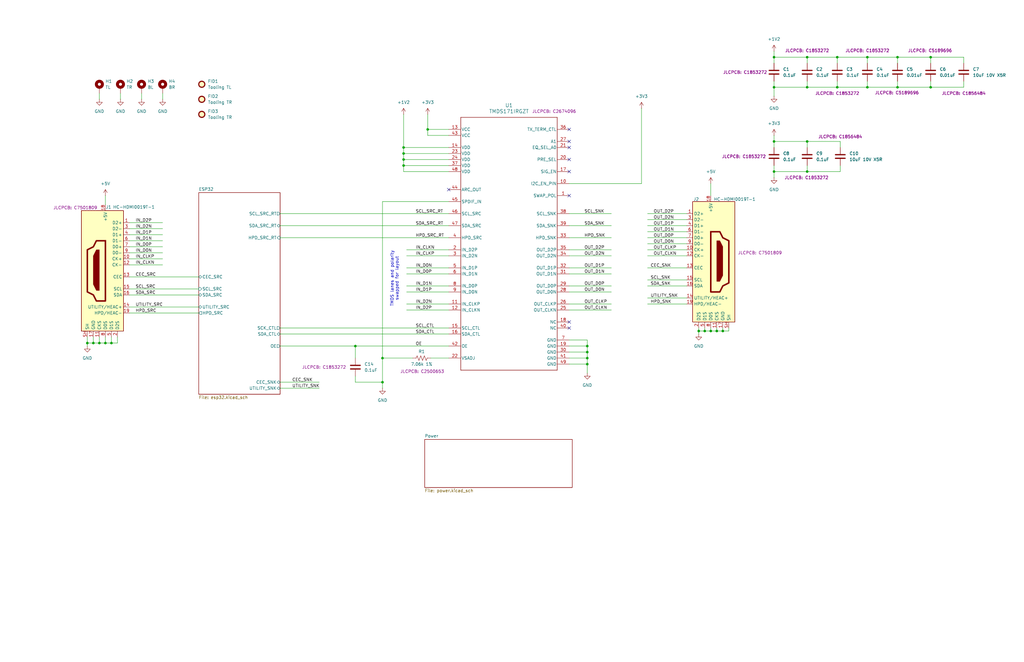
<source format=kicad_sch>
(kicad_sch (version 20231120) (generator "eeschema") (generator_version "8.0")
  (paper "B")
  (lib_symbols
    (symbol "Device:C" (pin_numbers hide) (pin_names (offset 0.254))
      (property "Reference" "C" (at 0.635 2.54 0))
      (property "Value" "C" (at 0.635 -2.54 0))
      (symbol "C_0_1"
        (polyline (pts (xy -2.032 -0.762) (xy 2.032 -0.762)) (stroke (width 0.508)))
        (polyline (pts (xy -2.032 0.762) (xy 2.032 0.762)) (stroke (width 0.508)))
      )
      (symbol "C_1_1"
        (pin passive line (at 0 3.81 270) (length 2.794) (name "~") (number "1"))
        (pin passive line (at 0 -3.81 90) (length 2.794) (name "~") (number "2"))
      )
    )
    (symbol "Device:R_US" (pin_numbers hide) (pin_names (offset 0))
      (property "Reference" "R" (at 2.54 0 90))
      (property "Value" "R_US" (at -2.54 0 90))
      (symbol "R_US_0_1"
        (polyline (pts (xy 0 -2.286) (xy 0 -2.54)))
        (polyline (pts (xy 0 2.286) (xy 0 2.54)))
        (polyline (pts (xy 0 -0.762) (xy 1.016 -1.143) (xy 0 -1.524) (xy -1.016 -1.905) (xy 0 -2.286)))
        (polyline (pts (xy 0 0.762) (xy 1.016 0.381) (xy 0 0) (xy -1.016 -0.381) (xy 0 -0.762)))
        (polyline (pts (xy 0 2.286) (xy 1.016 1.905) (xy 0 1.524) (xy -1.016 1.143) (xy 0 0.762)))
      )
      (symbol "R_US_1_1"
        (pin passive line (at 0 3.81 270) (length 1.27) (name "~") (number "1"))
        (pin passive line (at 0 -3.81 90) (length 1.27) (name "~") (number "2"))
      )
    )
    (symbol "HDMI Breakout:HC-HDMI0019T-1"
      (property "Reference" "J" (at 3.302 44.45 0))
      (property "Value" "HC-HDMI0019T-1" (at 19.812 44.45 0))
      (symbol "HC-HDMI0019T-1_0_1"
        (polyline (pts (xy 12.7 26.67) (xy 13.97 26.67) (xy 15.24 24.13) (xy 15.24 12.065) (xy 13.97 9.525) (xy 12.7 9.525) (xy 12.7 26.67)) (fill (type outline)))
        (polyline (pts (xy 10.16 30.48) (xy 10.16 5.08) (xy 13.97 5.08) (xy 15.24 7.62) (xy 17.78 8.89) (xy 17.78 26.67) (xy 15.24 27.94) (xy 13.97 30.48) (xy 10.16 30.48)) (stroke (width 0.635)))
        (rectangle (start 2.54 43.18) (end 20.32 -7.62) (stroke (width 0.254)) (fill (type background)))
      )
      (symbol "HC-HDMI0019T-1_1_1"
        (pin passive line (at 0 38.1 0) (length 2.54) (name "D2+") (number "1"))
        (pin passive line (at 0 22.86 0) (length 2.54) (name "CK+") (number "10"))
        (pin power_in line (at 12.7 -10.16 90) (length 2.54) (name "CKS") (number "11"))
        (pin passive line (at 0 20.32 0) (length 2.54) (name "CK-") (number "12"))
        (pin bidirectional line (at 0 15.24 0) (length 2.54) (name "CEC") (number "13"))
        (pin passive line (at 0 2.54 0) (length 2.54) (name "UTILITY/HEAC+") (number "14"))
        (pin passive line (at 0 10.16 0) (length 2.54) (name "SCL") (number "15"))
        (pin bidirectional line (at 0 7.62 0) (length 2.54) (name "SDA") (number "16"))
        (pin power_in line (at 15.24 -10.16 90) (length 2.54) (name "GND") (number "17"))
        (pin power_in line (at 10.16 45.72 270) (length 2.54) (name "+5V") (number "18"))
        (pin passive line (at 0 0 0) (length 2.54) (name "HPD/HEAC-") (number "19"))
        (pin power_in line (at 5.08 -10.16 90) (length 2.54) (name "D2S") (number "2"))
        (pin passive line (at 0 35.56 0) (length 2.54) (name "D2-") (number "3"))
        (pin passive line (at 0 33.02 0) (length 2.54) (name "D1+") (number "4"))
        (pin power_in line (at 7.62 -10.16 90) (length 2.54) (name "D1S") (number "5"))
        (pin passive line (at 0 30.48 0) (length 2.54) (name "D1-") (number "6"))
        (pin passive line (at 0 27.94 0) (length 2.54) (name "D0+") (number "7"))
        (pin power_in line (at 10.16 -10.16 90) (length 2.54) (name "D0S") (number "8"))
        (pin passive line (at 0 25.4 0) (length 2.54) (name "D0-") (number "9"))
        (pin passive line (at 17.78 -10.16 90) (length 2.54) (name "SH") (number "SH"))
      )
    )
    (symbol "HDMI Breakout:TMDS171IRGZT" (pin_names (offset 0.254))
      (property "Reference" "U" (at 0 2.54 0))
      (property "Value" "TMDS171IRGZT" (at 0 0 0))
      (symbol "TMDS171IRGZT_0_1"
        (polyline (pts (xy -20.32 -53.34) (xy 20.32 -53.34)) (stroke (width 0.2032)))
        (polyline (pts (xy -20.32 53.34) (xy -20.32 -53.34)) (stroke (width 0.2032)))
        (polyline (pts (xy 20.32 -53.34) (xy 20.32 53.34)) (stroke (width 0.2032)))
        (polyline (pts (xy 20.32 53.34) (xy -20.32 53.34)) (stroke (width 0.2032)))
        (pin input line (at 25.4 20.32 180) (length 5.08) (name "SWAP_POL") (number "1"))
        (pin input line (at 25.4 25.4 180) (length 5.08) (name "I2C_EN_PIN") (number "10"))
        (pin input line (at -25.4 -25.4 0) (length 5.08) (name "IN_CLKP") (number "11"))
        (pin input line (at -25.4 -27.94 0) (length 5.08) (name "IN_CLKN") (number "12"))
        (pin power_in line (at -25.4 48.26 0) (length 5.08) (name "VCC") (number "13"))
        (pin power_in line (at -25.4 40.64 0) (length 5.08) (name "VDD") (number "14"))
        (pin bidirectional line (at -25.4 -35.56 0) (length 5.08) (name "SCL_CTL") (number "15"))
        (pin bidirectional line (at -25.4 -38.1 0) (length 5.08) (name "SDA_CTL") (number "16"))
        (pin input line (at 25.4 30.48 180) (length 5.08) (name "SIG_EN") (number "17"))
        (pin unspecified line (at 25.4 -33.02 180) (length 5.08) (name "NC") (number "18"))
        (pin power_in line (at 25.4 -43.18 180) (length 5.08) (name "GND") (number "19"))
        (pin input line (at -25.4 -2.54 0) (length 5.08) (name "IN_D2P") (number "2"))
        (pin input line (at 25.4 35.56 180) (length 5.08) (name "PRE_SEL") (number "20"))
        (pin input line (at 25.4 40.64 180) (length 5.08) (name "EQ_SEL_A0") (number "21"))
        (pin input line (at -25.4 -48.26 0) (length 5.08) (name "VSADJ") (number "22"))
        (pin power_in line (at -25.4 38.1 0) (length 5.08) (name "VDD") (number "23"))
        (pin power_in line (at -25.4 35.56 0) (length 5.08) (name "VDD") (number "24"))
        (pin output line (at 25.4 -27.94 180) (length 5.08) (name "OUT_CLKN") (number "25"))
        (pin output line (at 25.4 -25.4 180) (length 5.08) (name "OUT_CLKP") (number "26"))
        (pin input line (at 25.4 43.18 180) (length 5.08) (name "A1") (number "27"))
        (pin output line (at 25.4 -20.32 180) (length 5.08) (name "OUT_D0N") (number "28"))
        (pin output line (at 25.4 -17.78 180) (length 5.08) (name "OUT_D0P") (number "29"))
        (pin input line (at -25.4 -5.08 0) (length 5.08) (name "IN_D2N") (number "3"))
        (pin power_in line (at 25.4 -45.72 180) (length 5.08) (name "GND") (number "30"))
        (pin output line (at 25.4 -12.7 180) (length 5.08) (name "OUT_D1N") (number "31"))
        (pin output line (at 25.4 -10.16 180) (length 5.08) (name "OUT_D1P") (number "32"))
        (pin input line (at 25.4 2.54 180) (length 5.08) (name "HPD_SNK") (number "33"))
        (pin output line (at 25.4 -5.08 180) (length 5.08) (name "OUT_D2N") (number "34"))
        (pin output line (at 25.4 -2.54 180) (length 5.08) (name "OUT_D2P") (number "35"))
        (pin input line (at 25.4 48.26 180) (length 5.08) (name "TX_TERM_CTL") (number "36"))
        (pin power_in line (at -25.4 33.02 0) (length 5.08) (name "VDD") (number "37"))
        (pin bidirectional line (at 25.4 12.7 180) (length 5.08) (name "SCL_SNK") (number "38"))
        (pin bidirectional line (at 25.4 7.62 180) (length 5.08) (name "SDA_SNK") (number "39"))
        (pin output line (at -25.4 2.54 0) (length 5.08) (name "HPD_SRC") (number "4"))
        (pin unspecified line (at 25.4 -35.56 180) (length 5.08) (name "NC") (number "40"))
        (pin power_in line (at 25.4 -48.26 180) (length 5.08) (name "GND") (number "41"))
        (pin input line (at -25.4 -43.18 0) (length 5.08) (name "OE") (number "42"))
        (pin power_in line (at -25.4 45.72 0) (length 5.08) (name "VCC") (number "43"))
        (pin output line (at -25.4 22.86 0) (length 5.08) (name "ARC_OUT") (number "44"))
        (pin input line (at -25.4 17.78 0) (length 5.08) (name "SPDIF_IN") (number "45"))
        (pin bidirectional line (at -25.4 12.7 0) (length 5.08) (name "SCL_SRC") (number "46"))
        (pin bidirectional line (at -25.4 7.62 0) (length 5.08) (name "SDA_SRC") (number "47"))
        (pin power_in line (at -25.4 30.48 0) (length 5.08) (name "VDD") (number "48"))
        (pin power_in line (at 25.4 -50.8 180) (length 5.08) (name "GND") (number "49"))
        (pin input line (at -25.4 -10.16 0) (length 5.08) (name "IN_D1P") (number "5"))
        (pin input line (at -25.4 -12.7 0) (length 5.08) (name "IN_D1N") (number "6"))
        (pin power_in line (at 25.4 -40.64 180) (length 5.08) (name "GND") (number "7"))
        (pin input line (at -25.4 -17.78 0) (length 5.08) (name "IN_D0P") (number "8"))
        (pin input line (at -25.4 -20.32 0) (length 5.08) (name "IN_D0N") (number "9"))
      )
    )
    (symbol "Mechanical:Fiducial" (exclude_from_sim yes) (in_bom no)
      (property "Reference" "FID" (at 0 5.08 0))
      (property "Value" "Fiducial" (at 0 3.175 0))
      (symbol "Fiducial_0_1"
        (circle (center 0 0) (radius 1.27) (stroke (width 0.508)) (fill (type background)))
      )
    )
    (symbol "Mechanical:MountingHole_Pad" (pin_numbers hide) (pin_names (offset 1.016) hide) (exclude_from_sim yes) (in_bom no)
      (property "Reference" "H" (at 0 6.35 0))
      (property "Value" "MountingHole_Pad" (at 0 4.445 0))
      (symbol "MountingHole_Pad_0_1"
        (circle (center 0 1.27) (radius 1.27) (stroke (width 1.27)))
      )
      (symbol "MountingHole_Pad_1_1"
        (pin input line (at 0 -2.54 90) (length 2.54) (name "1") (number "1"))
      )
    )
    (symbol "power:+1V2" (power) (pin_numbers hide) (pin_names (offset 0) hide)
      (property "Value" "+1V2" (at 0 3.556 0))
      (symbol "+1V2_0_1"
        (polyline (pts (xy -0.762 1.27) (xy 0 2.54)))
        (polyline (pts (xy 0 0) (xy 0 2.54)))
        (polyline (pts (xy 0 2.54) (xy 0.762 1.27)))
      )
      (symbol "+1V2_1_1"
        (pin power_in line (at 0 0 90) (length 0) (name "~") (number "1"))
      )
    )
    (symbol "power:+3V3" (power) (pin_numbers hide) (pin_names (offset 0) hide)
      (property "Value" "+3V3" (at 0 3.556 0))
      (symbol "+3V3_0_1"
        (polyline (pts (xy -0.762 1.27) (xy 0 2.54)))
        (polyline (pts (xy 0 0) (xy 0 2.54)))
        (polyline (pts (xy 0 2.54) (xy 0.762 1.27)))
      )
      (symbol "+3V3_1_1"
        (pin power_in line (at 0 0 90) (length 0) (name "~") (number "1"))
      )
    )
    (symbol "power:+5V" (power) (pin_numbers hide) (pin_names (offset 0) hide)
      (property "Value" "+5V" (at 0 3.556 0))
      (symbol "+5V_0_1"
        (polyline (pts (xy -0.762 1.27) (xy 0 2.54)))
        (polyline (pts (xy 0 0) (xy 0 2.54)))
        (polyline (pts (xy 0 2.54) (xy 0.762 1.27)))
      )
      (symbol "+5V_1_1"
        (pin power_in line (at 0 0 90) (length 0) (name "~") (number "1"))
      )
    )
    (symbol "power:GND" (power) (pin_numbers hide) (pin_names (offset 0) hide)
      (property "Value" "GND" (at 0 -3.81 0))
      (symbol "GND_0_1"
        (polyline (pts (xy 0 0) (xy 0 -1.27) (xy 1.27 -1.27) (xy 0 -2.54) (xy -1.27 -1.27) (xy 0 -1.27)))
      )
      (symbol "GND_1_1"
        (pin power_in line (at 0 0 270) (length 0) (name "~") (number "1"))
      )
    )
  )
  (junction (at 247.65 151.13))
  (junction (at 326.39 72.39))
  (junction (at 365.76 36.83))
  (junction (at 378.46 24.13))
  (junction (at 340.36 72.39))
  (junction (at 299.72 139.7))
  (junction (at 378.46 36.83))
  (junction (at 161.29 151.13))
  (junction (at 340.36 24.13))
  (junction (at 180.34 54.61))
  (junction (at 170.18 69.85))
  (junction (at 247.65 146.05))
  (junction (at 247.65 153.67))
  (junction (at 304.8 139.7))
  (junction (at 302.26 139.7))
  (junction (at 297.18 139.7))
  (junction (at 161.29 161.29))
  (junction (at 294.64 139.7))
  (junction (at 46.99 144.78))
  (junction (at 392.43 36.83))
  (junction (at 41.91 144.78))
  (junction (at 326.39 59.69))
  (junction (at 365.76 24.13))
  (junction (at 39.37 144.78))
  (junction (at 353.06 24.13))
  (junction (at 170.18 62.23))
  (junction (at 170.18 64.77))
  (junction (at 36.83 144.78))
  (junction (at 340.36 36.83))
  (junction (at 340.36 59.69))
  (junction (at 247.65 148.59))
  (junction (at 353.06 36.83))
  (junction (at 170.18 67.31))
  (junction (at 326.39 24.13))
  (junction (at 392.43 24.13))
  (junction (at 149.86 146.05))
  (junction (at 44.45 144.78))
  (junction (at 326.39 36.83))
  (no_connect (at 189.23 80.01))
  (no_connect (at 240.03 135.89))
  (no_connect (at 240.03 72.39))
  (no_connect (at 240.03 62.23))
  (no_connect (at 240.03 67.31))
  (no_connect (at 240.03 54.61))
  (no_connect (at 240.03 138.43))
  (no_connect (at 240.03 82.55))
  (no_connect (at 240.03 59.69))
  (wire (pts (xy 54.61 93.98) (xy 68.58 93.98)))
  (wire (pts (xy 49.53 144.78) (xy 46.99 144.78)))
  (wire (pts (xy 378.46 36.83) (xy 392.43 36.83)))
  (wire (pts (xy 171.45 105.41) (xy 189.23 105.41)))
  (wire (pts (xy 189.23 85.09) (xy 161.29 85.09)))
  (wire (pts (xy 39.37 142.24) (xy 39.37 144.78)))
  (wire (pts (xy 54.61 116.84) (xy 83.82 116.84)))
  (wire (pts (xy 353.06 36.83) (xy 365.76 36.83)))
  (wire (pts (xy 171.45 123.19) (xy 189.23 123.19)))
  (wire (pts (xy 340.36 24.13) (xy 340.36 26.67)))
  (wire (pts (xy 270.51 77.47) (xy 270.51 45.72)))
  (wire (pts (xy 44.45 142.24) (xy 44.45 144.78)))
  (wire (pts (xy 307.34 139.7) (xy 304.8 139.7)))
  (wire (pts (xy 54.61 96.52) (xy 68.58 96.52)))
  (wire (pts (xy 41.91 144.78) (xy 39.37 144.78)))
  (wire (pts (xy 240.03 100.33) (xy 257.81 100.33)))
  (wire (pts (xy 273.05 95.25) (xy 289.56 95.25)))
  (wire (pts (xy 247.65 153.67) (xy 247.65 157.48)))
  (wire (pts (xy 326.39 59.69) (xy 340.36 59.69)))
  (wire (pts (xy 240.03 148.59) (xy 247.65 148.59)))
  (wire (pts (xy 170.18 69.85) (xy 170.18 67.31)))
  (wire (pts (xy 326.39 59.69) (xy 326.39 62.23)))
  (wire (pts (xy 392.43 36.83) (xy 406.4 36.83)))
  (wire (pts (xy 54.61 111.76) (xy 68.58 111.76)))
  (wire (pts (xy 326.39 24.13) (xy 326.39 21.59)))
  (wire (pts (xy 240.03 90.17) (xy 257.81 90.17)))
  (wire (pts (xy 180.34 57.15) (xy 180.34 54.61)))
  (wire (pts (xy 365.76 34.29) (xy 365.76 36.83)))
  (wire (pts (xy 326.39 36.83) (xy 340.36 36.83)))
  (wire (pts (xy 297.18 138.43) (xy 297.18 139.7)))
  (wire (pts (xy 54.61 132.08) (xy 83.82 132.08)))
  (wire (pts (xy 299.72 77.47) (xy 299.72 82.55)))
  (wire (pts (xy 171.45 128.27) (xy 189.23 128.27)))
  (wire (pts (xy 302.26 139.7) (xy 299.72 139.7)))
  (wire (pts (xy 406.4 26.67) (xy 406.4 24.13)))
  (wire (pts (xy 54.61 109.22) (xy 68.58 109.22)))
  (wire (pts (xy 353.06 24.13) (xy 365.76 24.13)))
  (wire (pts (xy 240.03 95.25) (xy 257.81 95.25)))
  (wire (pts (xy 181.61 151.13) (xy 189.23 151.13)))
  (wire (pts (xy 365.76 36.83) (xy 378.46 36.83)))
  (wire (pts (xy 392.43 24.13) (xy 392.43 26.67)))
  (wire (pts (xy 294.64 138.43) (xy 294.64 139.7)))
  (wire (pts (xy 340.36 59.69) (xy 354.33 59.69)))
  (wire (pts (xy 118.11 163.83) (xy 134.62 163.83)))
  (wire (pts (xy 240.03 105.41) (xy 257.81 105.41)))
  (wire (pts (xy 304.8 139.7) (xy 302.26 139.7)))
  (wire (pts (xy 161.29 151.13) (xy 161.29 161.29)))
  (wire (pts (xy 273.05 107.95) (xy 289.56 107.95)))
  (wire (pts (xy 54.61 99.06) (xy 68.58 99.06)))
  (wire (pts (xy 273.05 118.11) (xy 289.56 118.11)))
  (wire (pts (xy 49.53 142.24) (xy 49.53 144.78)))
  (wire (pts (xy 171.45 113.03) (xy 189.23 113.03)))
  (wire (pts (xy 240.03 128.27) (xy 257.81 128.27)))
  (wire (pts (xy 378.46 24.13) (xy 378.46 26.67)))
  (wire (pts (xy 326.39 69.85) (xy 326.39 72.39)))
  (wire (pts (xy 326.39 36.83) (xy 326.39 40.64)))
  (wire (pts (xy 273.05 105.41) (xy 289.56 105.41)))
  (wire (pts (xy 340.36 69.85) (xy 340.36 72.39)))
  (wire (pts (xy 240.03 107.95) (xy 257.81 107.95)))
  (wire (pts (xy 340.36 72.39) (xy 354.33 72.39)))
  (wire (pts (xy 54.61 121.92) (xy 83.82 121.92)))
  (wire (pts (xy 240.03 153.67) (xy 247.65 153.67)))
  (wire (pts (xy 247.65 151.13) (xy 247.65 153.67)))
  (wire (pts (xy 170.18 64.77) (xy 170.18 62.23)))
  (wire (pts (xy 118.11 100.33) (xy 189.23 100.33)))
  (wire (pts (xy 273.05 90.17) (xy 289.56 90.17)))
  (wire (pts (xy 247.65 146.05) (xy 247.65 148.59)))
  (wire (pts (xy 46.99 144.78) (xy 44.45 144.78)))
  (wire (pts (xy 294.64 139.7) (xy 294.64 140.97)))
  (wire (pts (xy 189.23 72.39) (xy 170.18 72.39)))
  (wire (pts (xy 189.23 57.15) (xy 180.34 57.15)))
  (wire (pts (xy 118.11 146.05) (xy 149.86 146.05)))
  (wire (pts (xy 340.36 34.29) (xy 340.36 36.83)))
  (wire (pts (xy 326.39 57.15) (xy 326.39 59.69)))
  (wire (pts (xy 171.45 107.95) (xy 189.23 107.95)))
  (wire (pts (xy 149.86 158.75) (xy 149.86 161.29)))
  (wire (pts (xy 54.61 106.68) (xy 68.58 106.68)))
  (wire (pts (xy 340.36 24.13) (xy 353.06 24.13)))
  (wire (pts (xy 170.18 69.85) (xy 189.23 69.85)))
  (wire (pts (xy 54.61 101.6) (xy 68.58 101.6)))
  (wire (pts (xy 326.39 24.13) (xy 326.39 26.67)))
  (wire (pts (xy 340.36 59.69) (xy 340.36 62.23)))
  (wire (pts (xy 161.29 151.13) (xy 173.99 151.13)))
  (wire (pts (xy 170.18 72.39) (xy 170.18 69.85)))
  (wire (pts (xy 354.33 62.23) (xy 354.33 59.69)))
  (wire (pts (xy 392.43 24.13) (xy 406.4 24.13)))
  (wire (pts (xy 50.8 39.37) (xy 50.8 41.91)))
  (wire (pts (xy 118.11 138.43) (xy 189.23 138.43)))
  (wire (pts (xy 297.18 139.7) (xy 294.64 139.7)))
  (wire (pts (xy 171.45 130.81) (xy 189.23 130.81)))
  (wire (pts (xy 41.91 39.37) (xy 41.91 41.91)))
  (wire (pts (xy 54.61 124.46) (xy 83.82 124.46)))
  (wire (pts (xy 326.39 24.13) (xy 340.36 24.13)))
  (wire (pts (xy 240.03 113.03) (xy 257.81 113.03)))
  (wire (pts (xy 118.11 90.17) (xy 189.23 90.17)))
  (wire (pts (xy 340.36 36.83) (xy 353.06 36.83)))
  (wire (pts (xy 326.39 72.39) (xy 340.36 72.39)))
  (wire (pts (xy 240.03 115.57) (xy 257.81 115.57)))
  (wire (pts (xy 273.05 92.71) (xy 289.56 92.71)))
  (wire (pts (xy 273.05 120.65) (xy 289.56 120.65)))
  (wire (pts (xy 240.03 120.65) (xy 257.81 120.65)))
  (wire (pts (xy 353.06 34.29) (xy 353.06 36.83)))
  (wire (pts (xy 149.86 146.05) (xy 189.23 146.05)))
  (wire (pts (xy 240.03 77.47) (xy 270.51 77.47)))
  (wire (pts (xy 273.05 102.87) (xy 289.56 102.87)))
  (wire (pts (xy 273.05 100.33) (xy 289.56 100.33)))
  (wire (pts (xy 189.23 54.61) (xy 180.34 54.61)))
  (wire (pts (xy 41.91 142.24) (xy 41.91 144.78)))
  (wire (pts (xy 149.86 146.05) (xy 149.86 151.13)))
  (wire (pts (xy 44.45 82.55) (xy 44.45 86.36)))
  (wire (pts (xy 240.03 143.51) (xy 247.65 143.51)))
  (wire (pts (xy 170.18 62.23) (xy 189.23 62.23)))
  (wire (pts (xy 273.05 125.73) (xy 289.56 125.73)))
  (wire (pts (xy 392.43 34.29) (xy 392.43 36.83)))
  (wire (pts (xy 304.8 138.43) (xy 304.8 139.7)))
  (wire (pts (xy 406.4 34.29) (xy 406.4 36.83)))
  (wire (pts (xy 44.45 144.78) (xy 41.91 144.78)))
  (wire (pts (xy 36.83 142.24) (xy 36.83 144.78)))
  (wire (pts (xy 118.11 140.97) (xy 189.23 140.97)))
  (wire (pts (xy 54.61 129.54) (xy 83.82 129.54)))
  (wire (pts (xy 118.11 95.25) (xy 189.23 95.25)))
  (wire (pts (xy 171.45 120.65) (xy 189.23 120.65)))
  (wire (pts (xy 273.05 128.27) (xy 289.56 128.27)))
  (wire (pts (xy 170.18 62.23) (xy 170.18 48.26)))
  (wire (pts (xy 68.58 39.37) (xy 68.58 41.91)))
  (wire (pts (xy 378.46 34.29) (xy 378.46 36.83)))
  (wire (pts (xy 326.39 34.29) (xy 326.39 36.83)))
  (wire (pts (xy 170.18 67.31) (xy 189.23 67.31)))
  (wire (pts (xy 240.03 130.81) (xy 257.81 130.81)))
  (wire (pts (xy 59.69 39.37) (xy 59.69 41.91)))
  (wire (pts (xy 46.99 142.24) (xy 46.99 144.78)))
  (wire (pts (xy 118.11 161.29) (xy 134.62 161.29)))
  (wire (pts (xy 54.61 104.14) (xy 68.58 104.14)))
  (wire (pts (xy 326.39 72.39) (xy 326.39 74.93)))
  (wire (pts (xy 365.76 24.13) (xy 378.46 24.13)))
  (wire (pts (xy 299.72 139.7) (xy 297.18 139.7)))
  (wire (pts (xy 36.83 144.78) (xy 36.83 146.05)))
  (wire (pts (xy 161.29 85.09) (xy 161.29 151.13)))
  (wire (pts (xy 247.65 148.59) (xy 247.65 151.13)))
  (wire (pts (xy 353.06 24.13) (xy 353.06 26.67)))
  (wire (pts (xy 378.46 24.13) (xy 392.43 24.13)))
  (wire (pts (xy 149.86 161.29) (xy 161.29 161.29)))
  (wire (pts (xy 273.05 97.79) (xy 289.56 97.79)))
  (wire (pts (xy 240.03 151.13) (xy 247.65 151.13)))
  (wire (pts (xy 247.65 143.51) (xy 247.65 146.05)))
  (wire (pts (xy 240.03 146.05) (xy 247.65 146.05)))
  (wire (pts (xy 170.18 67.31) (xy 170.18 64.77)))
  (wire (pts (xy 39.37 144.78) (xy 36.83 144.78)))
  (wire (pts (xy 302.26 138.43) (xy 302.26 139.7)))
  (wire (pts (xy 161.29 163.83) (xy 161.29 161.29)))
  (wire (pts (xy 170.18 64.77) (xy 189.23 64.77)))
  (wire (pts (xy 273.05 113.03) (xy 289.56 113.03)))
  (wire (pts (xy 240.03 123.19) (xy 257.81 123.19)))
  (wire (pts (xy 307.34 138.43) (xy 307.34 139.7)))
  (wire (pts (xy 299.72 138.43) (xy 299.72 139.7)))
  (wire (pts (xy 171.45 115.57) (xy 189.23 115.57)))
  (wire (pts (xy 365.76 24.13) (xy 365.76 26.67)))
  (wire (pts (xy 180.34 54.61) (xy 180.34 48.26)))
  (wire (pts (xy 354.33 69.85) (xy 354.33 72.39)))
  (text "TMDS lanes and polarity\nswapped for layout" (at 166.37 117.602 90) (effects (font (size 1.27 1.27))))
  (label "IN_D1P" (at 175.26 123.19 0))
  (label "CEC_SNK" (at 123.19 161.29 0))
  (label "IN_CLKN" (at 57.15 111.76 0))
  (label "SDA_SRC" (at 57.15 124.46 0))
  (label "IN_D0P" (at 175.26 115.57 0))
  (label "SDA_CTL" (at 175.26 140.97 0))
  (label "HPD_SRC_RT" (at 175.26 100.33 0))
  (label "HPD_SRC" (at 57.15 132.08 0))
  (label "OUT_D2P" (at 275.59 90.17 0))
  (label "OUT_D0P" (at 246.38 120.65 0))
  (label "OUT_D0N" (at 275.59 102.87 0))
  (label "OUT_D2P" (at 246.38 105.41 0))
  (label "OUT_CLKN" (at 275.59 107.95 0))
  (label "SDA_SRC_RT" (at 175.26 95.25 0))
  (label "OE" (at 175.26 146.05 0))
  (label "HPD_SNK" (at 246.38 100.33 0))
  (label "IN_D1N" (at 57.15 101.6 0))
  (label "IN_D1N" (at 175.26 120.65 0))
  (label "IN_D0P" (at 57.15 104.14 0))
  (label "OUT_D2N" (at 246.38 107.95 0))
  (label "IN_CLKN" (at 175.26 105.41 0))
  (label "IN_D2N" (at 57.15 96.52 0))
  (label "UTILITY_SNK" (at 123.19 163.83 0))
  (label "UTILITY_SNK" (at 274.32 125.73 0))
  (label "IN_CLKP" (at 175.26 107.95 0))
  (label "SCL_CTL" (at 175.26 138.43 0))
  (label "IN_D2P" (at 57.15 93.98 0))
  (label "OUT_CLKP" (at 246.38 128.27 0))
  (label "IN_D2N" (at 175.26 128.27 0))
  (label "SDA_SNK" (at 274.32 120.65 0))
  (label "OUT_CLKN" (at 246.38 130.81 0))
  (label "IN_D2P" (at 175.26 130.81 0))
  (label "OUT_D2N" (at 275.59 92.71 0))
  (label "OUT_D1N" (at 275.59 97.79 0))
  (label "OUT_D0N" (at 246.38 123.19 0))
  (label "CEC_SNK" (at 274.32 113.03 0))
  (label "SCL_SRC_RT" (at 175.26 90.17 0))
  (label "CEC_SRC" (at 57.15 116.84 0))
  (label "SCL_SNK" (at 246.38 90.17 0))
  (label "UTILITY_SRC" (at 57.15 129.54 0))
  (label "SCL_SRC" (at 57.15 121.92 0))
  (label "OUT_D1N" (at 246.38 115.57 0))
  (label "OUT_D1P" (at 275.59 95.25 0))
  (label "IN_D0N" (at 57.15 106.68 0))
  (label "OUT_D0P" (at 275.59 100.33 0))
  (label "IN_D0N" (at 175.26 113.03 0))
  (label "IN_D1P" (at 57.15 99.06 0))
  (label "SCL_SNK" (at 274.32 118.11 0))
  (label "SDA_SNK" (at 246.38 95.25 0))
  (label "IN_CLKP" (at 57.15 109.22 0))
  (label "HPD_SNK" (at 274.32 128.27 0))
  (label "OUT_D1P" (at 246.38 113.03 0))
  (label "OUT_CLKP" (at 275.59 105.41 0))
  (symbol (lib_id "power:+5V") (at 299.72 77.47 0) (unit 1)
    (property "Reference" "#PWR012" (effects (hide yes)))
    (property "Value" "+5V" (at 299.72 72.39 0))
    (property "Description" "Power symbol creates a global label with name \"+5V\"" (effects (hide yes)))
  )
  (symbol (lib_id "power:+1V2") (at 170.18 48.26 0) (unit 1)
    (property "Reference" "#PWR07" (effects (hide yes)))
    (property "Value" "+1V2" (at 170.18 43.18 0))
    (property "Description" "Power symbol creates a global label with name \"+1V2\"" (effects (hide yes)))
  )
  (symbol (lib_id "power:GND") (at 294.64 140.97 0) (unit 1)
    (property "Reference" "#PWR022" (effects (hide yes)))
    (property "Value" "GND" (at 294.64 146.05 0))
    (property "Description" "Power symbol creates a global label with name \"GND\" , ground" (effects (hide yes)))
  )
  (symbol (lib_id "Device:C") (at 149.86 154.94 0) (unit 1)
    (property "Reference" "C14" (at 153.67 153.6699 0) (effects (justify left)))
    (property "Value" "0.1uF" (at 153.67 156.2099 0) (effects (justify left)))
    (property "Footprint" "Capacitor_SMD:C_0402_1005Metric" (effects (hide yes)))
    (property "Description" "Unpolarized capacitor" (effects (hide yes)))
    (property "JLCPCB" "C1853272" (at 136.652 154.94 0) (show_name yes))
  )
  (symbol (lib_id "power:+5V") (at 44.45 82.55 0) (unit 1)
    (property "Reference" "#PWR011" (effects (hide yes)))
    (property "Value" "+5V" (at 44.45 77.47 0))
    (property "Description" "Power symbol creates a global label with name \"+5V\"" (effects (hide yes)))
  )
  (symbol (lib_id "Mechanical:Fiducial") (at 85.09 35.56 0) (unit 1) (exclude_from_sim yes) (in_bom no)
    (property "Reference" "FID1" (at 87.63 34.2899 0) (effects (justify left)))
    (property "Value" "Tooling TL" (at 87.63 36.8299 0) (effects (justify left)))
    (property "Footprint" "HDMI Breakout:Fiducial_JLCPCB" (effects (hide yes)))
    (property "Description" "Fiducial Marker" (effects (hide yes)))
  )
  (symbol (lib_id "power:GND") (at 50.8 41.91 0) (unit 1)
    (property "Reference" "#PWR060" (effects (hide yes)))
    (property "Value" "GND" (at 50.8 46.99 0))
    (property "Description" "Power symbol creates a global label with name \"GND\" , ground" (effects (hide yes)))
  )
  (symbol (lib_id "Mechanical:MountingHole_Pad") (at 59.69 36.83 0) (unit 1) (exclude_from_sim yes) (in_bom no)
    (property "Reference" "H3" (at 62.23 34.2899 0) (effects (justify left)))
    (property "Value" "BL" (at 62.23 36.8299 0) (effects (justify left)))
    (property "Footprint" "MountingHole:MountingHole_2.2mm_M2_Pad" (effects (hide yes)))
    (property "Description" "Mounting Hole with connection" (effects (hide yes)))
  )
  (symbol (lib_id "HDMI Breakout:HC-HDMI0019T-1") (at 289.56 128.27 0) (unit 1)
    (property "Reference" "J2" (at 292.354 84.074 0) (effects (justify left)))
    (property "Value" "HC-HDMI0019T-1" (at 300.99 84.074 0) (effects (justify left)))
    (property "Footprint" "HDMI Breakout:HC-HDMI0019T-1" (effects (hide yes)))
    (property "Datasheet" "https://wmsc.lcsc.com/wmsc/upload/file/pdf/v2/lcsc/2311241628_Hong-Cheng-HC-HDMI0019T-1_C7501809.pdf" (effects (hide yes)))
    (property "Description" "HDMI A Connector" (effects (hide yes)))
    (property "JLCPCB" "C7501809" (at 311.15 106.68 0) (show_name yes) (effects (justify left)))
  )
  (symbol (lib_id "power:GND") (at 59.69 41.91 0) (unit 1)
    (property "Reference" "#PWR061" (effects (hide yes)))
    (property "Value" "GND" (at 59.69 46.99 0))
    (property "Description" "Power symbol creates a global label with name \"GND\" , ground" (effects (hide yes)))
  )
  (symbol (lib_id "Device:C") (at 365.76 30.48 0) (unit 1)
    (property "Reference" "C4" (at 369.57 29.2099 0) (effects (justify left)))
    (property "Value" "0.1uF" (at 369.57 31.7499 0) (effects (justify left)))
    (property "Footprint" "Capacitor_SMD:C_0402_1005Metric" (effects (hide yes)))
    (property "Description" "Unpolarized capacitor" (effects (hide yes)))
    (property "JLCPCB" "C1853272" (at 365.76 21.336 0) (show_name yes))
  )
  (symbol (lib_id "Device:C") (at 340.36 66.04 0) (unit 1)
    (property "Reference" "C9" (at 344.17 64.7699 0) (effects (justify left)))
    (property "Value" "0.1uF" (at 344.17 67.3099 0) (effects (justify left)))
    (property "Footprint" "Capacitor_SMD:C_0402_1005Metric" (effects (hide yes)))
    (property "Description" "Unpolarized capacitor" (effects (hide yes)))
    (property "JLCPCB" "C1853272" (at 340.106 74.93 0) (show_name yes))
  )
  (symbol (lib_id "Device:C") (at 326.39 66.04 0) (unit 1)
    (property "Reference" "C8" (at 330.2 64.7699 0) (effects (justify left)))
    (property "Value" "0.1uF" (at 330.2 67.3099 0) (effects (justify left)))
    (property "Footprint" "Capacitor_SMD:C_0402_1005Metric" (effects (hide yes)))
    (property "Description" "Unpolarized capacitor" (effects (hide yes)))
    (property "JLCPCB" "C1853272" (at 313.69 66.04 0) (show_name yes))
  )
  (symbol (lib_id "Mechanical:MountingHole_Pad") (at 41.91 36.83 0) (unit 1) (exclude_from_sim yes) (in_bom no)
    (property "Reference" "H1" (at 44.45 34.2899 0) (effects (justify left)))
    (property "Value" "TL" (at 44.45 36.8299 0) (effects (justify left)))
    (property "Footprint" "MountingHole:MountingHole_2.2mm_M2_Pad" (effects (hide yes)))
    (property "Description" "Mounting Hole with connection" (effects (hide yes)))
  )
  (symbol (lib_id "Mechanical:MountingHole_Pad") (at 50.8 36.83 0) (unit 1) (exclude_from_sim yes) (in_bom no)
    (property "Reference" "H2" (at 53.34 34.2899 0) (effects (justify left)))
    (property "Value" "TR" (at 53.34 36.8299 0) (effects (justify left)))
    (property "Footprint" "MountingHole:MountingHole_2.2mm_M2_Pad" (effects (hide yes)))
    (property "Description" "Mounting Hole with connection" (effects (hide yes)))
  )
  (symbol (lib_id "Device:C") (at 378.46 30.48 0) (unit 1)
    (property "Reference" "C5" (at 382.27 29.2099 0) (effects (justify left)))
    (property "Value" "0.01uF" (at 382.27 31.7499 0) (effects (justify left)))
    (property "Footprint" "Capacitor_SMD:C_0402_1005Metric" (effects (hide yes)))
    (property "Description" "Unpolarized capacitor" (effects (hide yes)))
    (property "JLCPCB" "C5189696" (at 378.206 39.116 0) (show_name yes))
  )
  (symbol (lib_id "power:+3V3") (at 326.39 57.15 0) (unit 1)
    (property "Reference" "#PWR018" (effects (hide yes)))
    (property "Value" "+3V3" (at 326.39 52.07 0))
    (property "Description" "Power symbol creates a global label with name \"+3V3\"" (effects (hide yes)))
  )
  (symbol (lib_id "power:GND") (at 36.83 146.05 0) (unit 1)
    (property "Reference" "#PWR01" (effects (hide yes)))
    (property "Value" "GND" (at 36.83 151.13 0))
    (property "Description" "Power symbol creates a global label with name \"GND\" , ground" (effects (hide yes)))
  )
  (symbol (lib_id "power:GND") (at 326.39 74.93 0) (unit 1)
    (property "Reference" "#PWR019" (effects (hide yes)))
    (property "Value" "GND" (at 326.39 80.01 0))
    (property "Description" "Power symbol creates a global label with name \"GND\" , ground" (effects (hide yes)))
  )
  (symbol (lib_id "power:+3V3") (at 180.34 48.26 0) (unit 1)
    (property "Reference" "#PWR06" (effects (hide yes)))
    (property "Value" "+3V3" (at 180.34 43.18 0))
    (property "Description" "Power symbol creates a global label with name \"+3V3\"" (effects (hide yes)))
  )
  (symbol (lib_id "Mechanical:Fiducial") (at 85.09 48.26 0) (unit 1) (exclude_from_sim yes) (in_bom no)
    (property "Reference" "FID3" (at 87.63 46.9899 0) (effects (justify left)))
    (property "Value" "Tooling TR" (at 87.63 49.5299 0) (effects (justify left)))
    (property "Footprint" "HDMI Breakout:Fiducial_JLCPCB" (effects (hide yes)))
    (property "Description" "Fiducial Marker" (effects (hide yes)))
  )
  (symbol (lib_id "Device:C") (at 392.43 30.48 0) (unit 1)
    (property "Reference" "C6" (at 396.24 29.2099 0) (effects (justify left)))
    (property "Value" "0.01uF" (at 396.24 31.7499 0) (effects (justify left)))
    (property "Footprint" "Capacitor_SMD:C_0402_1005Metric" (effects (hide yes)))
    (property "Description" "Unpolarized capacitor" (effects (hide yes)))
    (property "JLCPCB" "C5189696" (at 392.176 21.336 0) (show_name yes))
  )
  (symbol (lib_id "power:GND") (at 247.65 157.48 0) (unit 1)
    (property "Reference" "#PWR05" (effects (hide yes)))
    (property "Value" "GND" (at 247.65 162.56 0))
    (property "Description" "Power symbol creates a global label with name \"GND\" , ground" (effects (hide yes)))
  )
  (symbol (lib_id "Device:C") (at 340.36 30.48 0) (unit 1)
    (property "Reference" "C2" (at 344.17 29.2099 0) (effects (justify left)))
    (property "Value" "0.1uF" (at 344.17 31.7499 0) (effects (justify left)))
    (property "Footprint" "Capacitor_SMD:C_0402_1005Metric" (effects (hide yes)))
    (property "Description" "Unpolarized capacitor" (effects (hide yes)))
    (property "JLCPCB" "C1853272" (at 340.36 21.336 0) (show_name yes))
  )
  (symbol (lib_id "Device:C") (at 326.39 30.48 0) (unit 1)
    (property "Reference" "C1" (at 330.2 29.2099 0) (effects (justify left)))
    (property "Value" "0.1uF" (at 330.2 31.7499 0) (effects (justify left)))
    (property "Footprint" "Capacitor_SMD:C_0402_1005Metric" (effects (hide yes)))
    (property "Description" "Unpolarized capacitor" (effects (hide yes)))
    (property "JLCPCB" "C1853272" (at 314.198 30.48 0) (show_name yes))
  )
  (symbol (lib_id "Device:C") (at 406.4 30.48 0) (unit 1)
    (property "Reference" "C7" (at 410.21 29.2099 0) (effects (justify left)))
    (property "Value" "10uF 10V X5R" (at 410.21 31.7499 0) (effects (justify left)))
    (property "Footprint" "Capacitor_SMD:C_0805_2012Metric" (effects (hide yes)))
    (property "Description" "Unpolarized capacitor" (effects (hide yes)))
    (property "JLCPCB" "C1856484" (at 406.4 39.37 0) (show_name yes))
  )
  (symbol (lib_id "Device:R_US") (at 177.8 151.13 90) (unit 1)
    (property "Reference" "R1" (at 177.8 148.336 90))
    (property "Value" "7.06k 1%" (at 177.8 153.67 90))
    (property "Footprint" "Resistor_SMD:R_0402_1005Metric" (effects (hide yes)))
    (property "Description" "Resistor, US symbol" (effects (hide yes)))
    (property "JLCPCB" "C2500653" (at 178.054 156.718 90) (show_name yes))
  )
  (symbol (lib_id "power:+3V3") (at 270.51 45.72 0) (unit 1)
    (property "Reference" "#PWR08" (effects (hide yes)))
    (property "Value" "+3V3" (at 270.51 40.64 0))
    (property "Description" "Power symbol creates a global label with name \"+3V3\"" (effects (hide yes)))
  )
  (symbol (lib_id "HDMI Breakout:HC-HDMI0019T-1") (at 54.61 132.08 0) (mirror y) (unit 1)
    (property "Reference" "J1" (at 46.99 87.376 0) (effects (justify left)))
    (property "Value" "HC-HDMI0019T-1" (at 65.278 87.376 0) (effects (justify left)))
    (property "Footprint" "HDMI Breakout:HC-HDMI0019T-1" (effects (hide yes)))
    (property "Datasheet" "https://wmsc.lcsc.com/wmsc/upload/file/pdf/v2/lcsc/2311241628_Hong-Cheng-HC-HDMI0019T-1_C7501809.pdf" (effects (hide yes)))
    (property "Description" "HDMI A Connector" (effects (hide yes)))
    (property "JLCPCB" "C7501809" (at 31.75 87.63 0) (show_name yes))
  )
  (symbol (lib_id "HDMI Breakout:TMDS171IRGZT") (at 214.63 102.87 0) (unit 1)
    (property "Reference" "U1" (at 214.63 44.45 0) (effects (font (size 1.524 1.524))))
    (property "Value" "TMDS171IRGZT" (at 214.63 46.99 0) (effects (font (size 1.524 1.524))))
    (property "Footprint" "HDMI Breakout:RGZ0048B_NV" (effects (hide yes)))
    (property "Datasheet" "TMDS171IRGZT" (effects (hide yes)))
    (property "JLCPCB" "C2674096" (at 233.68 46.99 0) (show_name yes))
  )
  (symbol (lib_id "power:+1V2") (at 326.39 21.59 0) (unit 1)
    (property "Reference" "#PWR02" (effects (hide yes)))
    (property "Value" "+1V2" (at 326.39 16.51 0))
    (property "Description" "Power symbol creates a global label with name \"+1V2\"" (effects (hide yes)))
  )
  (symbol (lib_id "Mechanical:Fiducial") (at 85.09 41.91 0) (unit 1) (exclude_from_sim yes) (in_bom no)
    (property "Reference" "FID2" (at 87.63 40.6399 0) (effects (justify left)))
    (property "Value" "Tooling TR" (at 87.63 43.1799 0) (effects (justify left)))
    (property "Footprint" "HDMI Breakout:Fiducial_JLCPCB" (effects (hide yes)))
    (property "Description" "Fiducial Marker" (effects (hide yes)))
  )
  (symbol (lib_id "power:GND") (at 326.39 40.64 0) (unit 1)
    (property "Reference" "#PWR04" (effects (hide yes)))
    (property "Value" "GND" (at 326.39 45.72 0))
    (property "Description" "Power symbol creates a global label with name \"GND\" , ground" (effects (hide yes)))
  )
  (symbol (lib_id "power:GND") (at 161.29 163.83 0) (unit 1)
    (property "Reference" "#PWR09" (effects (hide yes)))
    (property "Value" "GND" (at 161.29 168.91 0))
    (property "Description" "Power symbol creates a global label with name \"GND\" , ground" (effects (hide yes)))
  )
  (symbol (lib_id "power:GND") (at 41.91 41.91 0) (unit 1)
    (property "Reference" "#PWR059" (effects (hide yes)))
    (property "Value" "GND" (at 41.91 46.99 0))
    (property "Description" "Power symbol creates a global label with name \"GND\" , ground" (effects (hide yes)))
  )
  (symbol (lib_id "Device:C") (at 354.33 66.04 0) (unit 1)
    (property "Reference" "C10" (at 358.14 64.7699 0) (effects (justify left)))
    (property "Value" "10uF 10V X5R" (at 358.14 67.3099 0) (effects (justify left)))
    (property "Footprint" "Capacitor_SMD:C_0805_2012Metric" (effects (hide yes)))
    (property "Description" "Unpolarized capacitor" (effects (hide yes)))
    (property "JLCPCB" "C1856484" (at 354.33 57.658 0) (show_name yes))
  )
  (symbol (lib_id "Device:C") (at 353.06 30.48 0) (unit 1)
    (property "Reference" "C3" (at 356.87 29.2099 0) (effects (justify left)))
    (property "Value" "0.1uF" (at 356.87 31.7499 0) (effects (justify left)))
    (property "Footprint" "Capacitor_SMD:C_0402_1005Metric" (effects (hide yes)))
    (property "Description" "Unpolarized capacitor" (effects (hide yes)))
    (property "JLCPCB" "C1853272" (at 353.06 39.37 0) (show_name yes))
  )
  (symbol (lib_id "power:GND") (at 68.58 41.91 0) (unit 1)
    (property "Reference" "#PWR062" (effects (hide yes)))
    (property "Value" "GND" (at 68.58 46.99 0))
    (property "Description" "Power symbol creates a global label with name \"GND\" , ground" (effects (hide yes)))
  )
  (symbol (lib_id "Mechanical:MountingHole_Pad") (at 68.58 36.83 0) (unit 1) (exclude_from_sim yes) (in_bom no)
    (property "Reference" "H4" (at 71.12 34.2899 0) (effects (justify left)))
    (property "Value" "BR" (at 71.12 36.8299 0) (effects (justify left)))
    (property "Footprint" "MountingHole:MountingHole_2.2mm_M2_Pad" (effects (hide yes)))
    (property "Description" "Mounting Hole with connection" (effects (hide yes)))
  )
  (sheet (at 179.07 185.42) (size 62.23 20.32) (stroke (width 0.1524))
    (property "Sheetname" "Power" (at 179.07 184.7084 0) (effects (justify left bottom)))
    (property "Sheetfile" "power.kicad_sch" (at 179.07 206.3246 0) (effects (justify left top)))
  )
  (sheet (at 83.82 81.28) (size 34.29 85.09) (stroke (width 0.1524))
    (property "Sheetname" "ESP32" (at 83.82 80.5684 0) (effects (justify left bottom)))
    (property "Sheetfile" "esp32.kicad_sch" (at 83.82 166.9546 0) (effects (justify left top)))
    (pin "SCK_CTL" output (at 118.11 138.43 0))
    (pin "SDA_CTL" bidirectional (at 118.11 140.97 0))
    (pin "HPD_SRC_RT" input (at 118.11 100.33 0))
    (pin "CEC_SNK" bidirectional (at 118.11 161.29 0))
    (pin "SCL_SRC_RT" output (at 118.11 90.17 0))
    (pin "SDA_SRC_RT" bidirectional (at 118.11 95.25 0))
    (pin "HPD_SRC" output (at 83.82 132.08 180))
    (pin "UTILITY_SRC" bidirectional (at 83.82 129.54 180))
    (pin "SCL_SRC" input (at 83.82 121.92 180))
    (pin "SDA_SRC" bidirectional (at 83.82 124.46 180))
    (pin "CEC_SRC" bidirectional (at 83.82 116.84 180))
    (pin "OE" output (at 118.11 146.05 0))
    (pin "UTILITY_SNK" bidirectional (at 118.11 163.83 0))
  )
)
</source>
